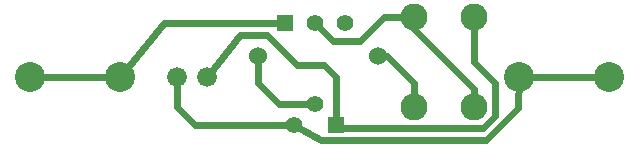
<source format=gtl>
G04 (created by PCBNEW (2013-07-07 BZR 4022)-stable) date 10/30/2014 10:02:59 AM*
%MOIN*%
G04 Gerber Fmt 3.4, Leading zero omitted, Abs format*
%FSLAX34Y34*%
G01*
G70*
G90*
G04 APERTURE LIST*
%ADD10C,0.00590551*%
%ADD11C,0.09*%
%ADD12C,0.1*%
%ADD13R,0.055X0.055*%
%ADD14C,0.055*%
%ADD15C,0.06*%
%ADD16C,0.066*%
%ADD17C,0.024*%
G04 APERTURE END LIST*
G54D10*
G54D11*
X66300Y-47500D03*
X64300Y-47500D03*
X66300Y-44500D03*
X64300Y-44500D03*
G54D12*
X54500Y-46500D03*
X51500Y-46500D03*
X67800Y-46500D03*
X70800Y-46500D03*
G54D13*
X61707Y-48100D03*
G54D14*
X61000Y-47392D03*
X60292Y-48100D03*
G54D15*
X63100Y-45800D03*
X59100Y-45800D03*
G54D13*
X60000Y-44700D03*
G54D14*
X61000Y-44700D03*
X62000Y-44700D03*
G54D16*
X57400Y-46500D03*
X56400Y-46500D03*
G54D17*
X56400Y-46500D02*
X56400Y-47500D01*
X57000Y-48100D02*
X60292Y-48100D01*
X56400Y-47500D02*
X57000Y-48100D01*
X60292Y-48100D02*
X60300Y-48100D01*
X67750Y-47550D02*
X67800Y-46500D01*
X66700Y-48600D02*
X67750Y-47550D01*
X61200Y-48600D02*
X66700Y-48600D01*
X60300Y-48100D02*
X61200Y-48600D01*
X70800Y-46500D02*
X67800Y-46500D01*
X61707Y-48100D02*
X61707Y-48207D01*
X66300Y-46000D02*
X66300Y-44500D01*
X67000Y-46700D02*
X66300Y-46000D01*
X67000Y-47800D02*
X67000Y-46700D01*
X66600Y-48200D02*
X67000Y-47800D01*
X62100Y-48200D02*
X66600Y-48200D01*
X61707Y-48207D02*
X62100Y-48200D01*
X57400Y-46500D02*
X58500Y-45100D01*
X61707Y-46507D02*
X61707Y-48100D01*
X61300Y-46100D02*
X61707Y-46507D01*
X60400Y-46100D02*
X61300Y-46100D01*
X59400Y-45100D02*
X60400Y-46100D01*
X58500Y-45100D02*
X59400Y-45100D01*
X59100Y-45800D02*
X59100Y-46700D01*
X59792Y-47392D02*
X61000Y-47392D01*
X59100Y-46700D02*
X59792Y-47392D01*
X63100Y-45800D02*
X63400Y-45800D01*
X64300Y-46700D02*
X64300Y-47500D01*
X63400Y-45800D02*
X64300Y-46700D01*
X64300Y-44500D02*
X64300Y-44900D01*
X66300Y-46900D02*
X66300Y-47500D01*
X64300Y-44900D02*
X66300Y-46900D01*
X61000Y-44700D02*
X61600Y-45300D01*
X63300Y-44500D02*
X64300Y-44500D01*
X62500Y-45300D02*
X63300Y-44500D01*
X61600Y-45300D02*
X62500Y-45300D01*
X60000Y-44700D02*
X55950Y-44700D01*
X55950Y-44700D02*
X54500Y-46500D01*
X51500Y-46500D02*
X54500Y-46500D01*
M02*

</source>
